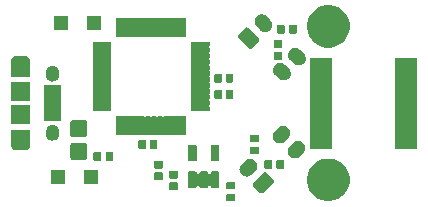
<source format=gts>
G04 #@! TF.GenerationSoftware,KiCad,Pcbnew,5.1.5+dfsg1-2build2*
G04 #@! TF.CreationDate,2021-12-26T17:25:33+01:00*
G04 #@! TF.ProjectId,combined,636f6d62-696e-4656-942e-6b696361645f,rev?*
G04 #@! TF.SameCoordinates,Original*
G04 #@! TF.FileFunction,Soldermask,Top*
G04 #@! TF.FilePolarity,Negative*
%FSLAX46Y46*%
G04 Gerber Fmt 4.6, Leading zero omitted, Abs format (unit mm)*
G04 Created by KiCad (PCBNEW 5.1.5+dfsg1-2build2) date 2021-12-26 17:25:33*
%MOMM*%
%LPD*%
G04 APERTURE LIST*
%ADD10C,0.100000*%
G04 APERTURE END LIST*
D10*
G36*
X97041997Y-41441476D02*
G01*
X97060274Y-41447020D01*
X97077108Y-41456018D01*
X97091868Y-41468132D01*
X97103982Y-41482892D01*
X97112980Y-41499726D01*
X97118524Y-41518003D01*
X97121000Y-41543140D01*
X97121000Y-41976860D01*
X97118524Y-42001997D01*
X97112980Y-42020274D01*
X97103982Y-42037108D01*
X97091868Y-42051868D01*
X97077108Y-42063982D01*
X97060274Y-42072980D01*
X97041997Y-42078524D01*
X97016860Y-42081000D01*
X96483140Y-42081000D01*
X96458003Y-42078524D01*
X96439726Y-42072980D01*
X96422892Y-42063982D01*
X96408132Y-42051868D01*
X96396018Y-42037108D01*
X96387020Y-42020274D01*
X96381476Y-42001997D01*
X96379000Y-41976860D01*
X96379000Y-41543140D01*
X96381476Y-41518003D01*
X96387020Y-41499726D01*
X96396018Y-41482892D01*
X96408132Y-41468132D01*
X96422892Y-41456018D01*
X96439726Y-41447020D01*
X96458003Y-41441476D01*
X96483140Y-41439000D01*
X97016860Y-41439000D01*
X97041997Y-41441476D01*
G37*
G36*
X105525331Y-38518211D02*
G01*
X105853092Y-38653974D01*
X106148070Y-38851072D01*
X106398928Y-39101930D01*
X106596026Y-39396908D01*
X106731789Y-39724669D01*
X106801000Y-40072616D01*
X106801000Y-40427384D01*
X106731789Y-40775331D01*
X106596026Y-41103092D01*
X106398928Y-41398070D01*
X106148070Y-41648928D01*
X105853092Y-41846026D01*
X105525331Y-41981789D01*
X105177384Y-42051000D01*
X104822616Y-42051000D01*
X104474669Y-41981789D01*
X104146908Y-41846026D01*
X103851930Y-41648928D01*
X103601072Y-41398070D01*
X103403974Y-41103092D01*
X103268211Y-40775331D01*
X103199000Y-40427384D01*
X103199000Y-40072616D01*
X103268211Y-39724669D01*
X103403974Y-39396908D01*
X103601072Y-39101930D01*
X103851930Y-38851072D01*
X104146908Y-38653974D01*
X104474669Y-38518211D01*
X104822616Y-38449000D01*
X105177384Y-38449000D01*
X105525331Y-38518211D01*
G37*
G36*
X99681220Y-39597910D02*
G01*
X99719486Y-39609519D01*
X99754758Y-39628372D01*
X99790437Y-39657652D01*
X100342348Y-40209563D01*
X100371628Y-40245242D01*
X100390481Y-40280514D01*
X100402090Y-40318780D01*
X100406009Y-40358579D01*
X100402090Y-40398378D01*
X100390481Y-40436644D01*
X100371628Y-40471916D01*
X100342348Y-40507595D01*
X99507595Y-41342348D01*
X99471916Y-41371628D01*
X99436644Y-41390481D01*
X99398378Y-41402090D01*
X99358579Y-41406009D01*
X99318780Y-41402090D01*
X99280514Y-41390481D01*
X99245242Y-41371628D01*
X99209563Y-41342348D01*
X98657652Y-40790437D01*
X98628372Y-40754758D01*
X98609519Y-40719486D01*
X98597910Y-40681220D01*
X98593991Y-40641421D01*
X98597910Y-40601622D01*
X98609519Y-40563356D01*
X98628372Y-40528084D01*
X98657652Y-40492405D01*
X99492405Y-39657652D01*
X99528084Y-39628372D01*
X99563356Y-39609519D01*
X99601622Y-39597910D01*
X99641421Y-39593991D01*
X99681220Y-39597910D01*
G37*
G36*
X92175176Y-40458772D02*
G01*
X92194381Y-40464598D01*
X92212093Y-40474065D01*
X92227605Y-40486795D01*
X92240335Y-40502307D01*
X92249802Y-40520019D01*
X92255628Y-40539224D01*
X92258200Y-40565340D01*
X92258200Y-41009060D01*
X92255628Y-41035176D01*
X92249802Y-41054381D01*
X92240335Y-41072093D01*
X92227605Y-41087605D01*
X92212093Y-41100335D01*
X92194381Y-41109802D01*
X92175176Y-41115628D01*
X92149060Y-41118200D01*
X91645340Y-41118200D01*
X91619224Y-41115628D01*
X91600019Y-41109802D01*
X91582307Y-41100335D01*
X91566795Y-41087605D01*
X91554065Y-41072093D01*
X91544598Y-41054381D01*
X91538772Y-41035176D01*
X91536200Y-41009060D01*
X91536200Y-40565340D01*
X91538772Y-40539224D01*
X91544598Y-40520019D01*
X91554065Y-40502307D01*
X91566795Y-40486795D01*
X91582307Y-40474065D01*
X91600019Y-40464598D01*
X91619224Y-40458772D01*
X91645340Y-40456200D01*
X92149060Y-40456200D01*
X92175176Y-40458772D01*
G37*
G36*
X97041997Y-40421476D02*
G01*
X97060274Y-40427020D01*
X97077108Y-40436018D01*
X97091868Y-40448132D01*
X97103982Y-40462892D01*
X97112980Y-40479726D01*
X97118524Y-40498003D01*
X97121000Y-40523140D01*
X97121000Y-40956860D01*
X97118524Y-40981997D01*
X97112980Y-41000274D01*
X97103982Y-41017108D01*
X97091868Y-41031868D01*
X97077108Y-41043982D01*
X97060274Y-41052980D01*
X97041997Y-41058524D01*
X97016860Y-41061000D01*
X96483140Y-41061000D01*
X96458003Y-41058524D01*
X96439726Y-41052980D01*
X96422892Y-41043982D01*
X96408132Y-41031868D01*
X96396018Y-41017108D01*
X96387020Y-41000274D01*
X96381476Y-40981997D01*
X96379000Y-40956860D01*
X96379000Y-40523140D01*
X96381476Y-40498003D01*
X96387020Y-40479726D01*
X96396018Y-40462892D01*
X96408132Y-40448132D01*
X96422892Y-40436018D01*
X96439726Y-40427020D01*
X96458003Y-40421476D01*
X96483140Y-40419000D01*
X97016860Y-40419000D01*
X97041997Y-40421476D01*
G37*
G36*
X93759928Y-39539264D02*
G01*
X93781009Y-39545660D01*
X93800445Y-39556048D01*
X93817476Y-39570024D01*
X93831452Y-39587055D01*
X93841840Y-39606491D01*
X93848236Y-39627572D01*
X93850603Y-39651609D01*
X93855383Y-39675642D01*
X93864761Y-39698281D01*
X93878374Y-39718655D01*
X93895701Y-39735982D01*
X93916076Y-39749596D01*
X93938715Y-39758974D01*
X93962748Y-39763754D01*
X93987252Y-39763754D01*
X94011285Y-39758974D01*
X94033924Y-39749596D01*
X94054298Y-39735983D01*
X94071625Y-39718656D01*
X94085239Y-39698281D01*
X94094617Y-39675642D01*
X94099397Y-39651609D01*
X94101764Y-39627572D01*
X94108160Y-39606491D01*
X94118548Y-39587055D01*
X94132524Y-39570024D01*
X94149555Y-39556048D01*
X94168991Y-39545660D01*
X94190072Y-39539264D01*
X94218140Y-39536500D01*
X94681860Y-39536500D01*
X94709928Y-39539264D01*
X94731009Y-39545660D01*
X94750445Y-39556048D01*
X94767476Y-39570024D01*
X94781452Y-39587055D01*
X94791840Y-39606491D01*
X94798236Y-39627572D01*
X94800603Y-39651609D01*
X94805383Y-39675642D01*
X94814761Y-39698281D01*
X94828374Y-39718655D01*
X94845701Y-39735982D01*
X94866076Y-39749596D01*
X94888715Y-39758974D01*
X94912748Y-39763754D01*
X94937252Y-39763754D01*
X94961285Y-39758974D01*
X94983924Y-39749596D01*
X95004298Y-39735983D01*
X95021625Y-39718656D01*
X95035239Y-39698281D01*
X95044617Y-39675642D01*
X95049397Y-39651609D01*
X95051764Y-39627572D01*
X95058160Y-39606491D01*
X95068548Y-39587055D01*
X95082524Y-39570024D01*
X95099555Y-39556048D01*
X95118991Y-39545660D01*
X95140072Y-39539264D01*
X95168140Y-39536500D01*
X95631860Y-39536500D01*
X95659928Y-39539264D01*
X95681009Y-39545660D01*
X95700445Y-39556048D01*
X95717476Y-39570024D01*
X95731452Y-39587055D01*
X95741840Y-39606491D01*
X95748236Y-39627572D01*
X95751000Y-39655640D01*
X95751000Y-40844360D01*
X95748236Y-40872428D01*
X95741840Y-40893509D01*
X95731452Y-40912945D01*
X95717476Y-40929976D01*
X95700445Y-40943952D01*
X95681009Y-40954340D01*
X95659928Y-40960736D01*
X95631860Y-40963500D01*
X95168140Y-40963500D01*
X95140072Y-40960736D01*
X95118991Y-40954340D01*
X95099555Y-40943952D01*
X95082524Y-40929976D01*
X95068548Y-40912945D01*
X95058160Y-40893509D01*
X95051764Y-40872428D01*
X95049397Y-40848391D01*
X95044617Y-40824358D01*
X95035239Y-40801719D01*
X95021626Y-40781345D01*
X95004299Y-40764018D01*
X94983924Y-40750404D01*
X94961285Y-40741026D01*
X94937252Y-40736246D01*
X94912748Y-40736246D01*
X94888715Y-40741026D01*
X94866076Y-40750404D01*
X94845702Y-40764017D01*
X94828375Y-40781344D01*
X94814761Y-40801719D01*
X94805383Y-40824358D01*
X94800603Y-40848391D01*
X94798236Y-40872428D01*
X94791840Y-40893509D01*
X94781452Y-40912945D01*
X94767476Y-40929976D01*
X94750445Y-40943952D01*
X94731009Y-40954340D01*
X94709928Y-40960736D01*
X94681860Y-40963500D01*
X94218140Y-40963500D01*
X94190072Y-40960736D01*
X94168991Y-40954340D01*
X94149555Y-40943952D01*
X94132524Y-40929976D01*
X94118548Y-40912945D01*
X94108160Y-40893509D01*
X94101764Y-40872428D01*
X94099397Y-40848391D01*
X94094617Y-40824358D01*
X94085239Y-40801719D01*
X94071626Y-40781345D01*
X94054299Y-40764018D01*
X94033924Y-40750404D01*
X94011285Y-40741026D01*
X93987252Y-40736246D01*
X93962748Y-40736246D01*
X93938715Y-40741026D01*
X93916076Y-40750404D01*
X93895702Y-40764017D01*
X93878375Y-40781344D01*
X93864761Y-40801719D01*
X93855383Y-40824358D01*
X93850603Y-40848391D01*
X93848236Y-40872428D01*
X93841840Y-40893509D01*
X93831452Y-40912945D01*
X93817476Y-40929976D01*
X93800445Y-40943952D01*
X93781009Y-40954340D01*
X93759928Y-40960736D01*
X93731860Y-40963500D01*
X93268140Y-40963500D01*
X93240072Y-40960736D01*
X93218991Y-40954340D01*
X93199555Y-40943952D01*
X93182524Y-40929976D01*
X93168548Y-40912945D01*
X93158160Y-40893509D01*
X93151764Y-40872428D01*
X93149000Y-40844360D01*
X93149000Y-39655640D01*
X93151764Y-39627572D01*
X93158160Y-39606491D01*
X93168548Y-39587055D01*
X93182524Y-39570024D01*
X93199555Y-39556048D01*
X93218991Y-39545660D01*
X93240072Y-39539264D01*
X93268140Y-39536500D01*
X93731860Y-39536500D01*
X93759928Y-39539264D01*
G37*
G36*
X85501000Y-40601000D02*
G01*
X84299000Y-40601000D01*
X84299000Y-39399000D01*
X85501000Y-39399000D01*
X85501000Y-40601000D01*
G37*
G36*
X82701000Y-40601000D02*
G01*
X81499000Y-40601000D01*
X81499000Y-39399000D01*
X82701000Y-39399000D01*
X82701000Y-40601000D01*
G37*
G36*
X90905176Y-39595172D02*
G01*
X90924381Y-39600998D01*
X90942093Y-39610465D01*
X90957605Y-39623195D01*
X90970335Y-39638707D01*
X90979802Y-39656419D01*
X90985628Y-39675624D01*
X90988200Y-39701740D01*
X90988200Y-40145460D01*
X90985628Y-40171576D01*
X90979802Y-40190781D01*
X90970335Y-40208493D01*
X90957605Y-40224005D01*
X90942093Y-40236735D01*
X90924381Y-40246202D01*
X90905176Y-40252028D01*
X90879060Y-40254600D01*
X90375340Y-40254600D01*
X90349224Y-40252028D01*
X90330019Y-40246202D01*
X90312307Y-40236735D01*
X90296795Y-40224005D01*
X90284065Y-40208493D01*
X90274598Y-40190781D01*
X90268772Y-40171576D01*
X90266200Y-40145460D01*
X90266200Y-39701740D01*
X90268772Y-39675624D01*
X90274598Y-39656419D01*
X90284065Y-39638707D01*
X90296795Y-39623195D01*
X90312307Y-39610465D01*
X90330019Y-39600998D01*
X90349224Y-39595172D01*
X90375340Y-39592600D01*
X90879060Y-39592600D01*
X90905176Y-39595172D01*
G37*
G36*
X92175176Y-39498772D02*
G01*
X92194381Y-39504598D01*
X92212093Y-39514065D01*
X92227605Y-39526795D01*
X92240335Y-39542307D01*
X92249802Y-39560019D01*
X92255628Y-39579224D01*
X92258200Y-39605340D01*
X92258200Y-40049060D01*
X92255628Y-40075176D01*
X92249802Y-40094381D01*
X92240335Y-40112093D01*
X92227605Y-40127605D01*
X92212093Y-40140335D01*
X92194381Y-40149802D01*
X92175176Y-40155628D01*
X92149060Y-40158200D01*
X91645340Y-40158200D01*
X91619224Y-40155628D01*
X91600019Y-40149802D01*
X91582307Y-40140335D01*
X91566795Y-40127605D01*
X91554065Y-40112093D01*
X91544598Y-40094381D01*
X91538772Y-40075176D01*
X91536200Y-40049060D01*
X91536200Y-39605340D01*
X91538772Y-39579224D01*
X91544598Y-39560019D01*
X91554065Y-39542307D01*
X91566795Y-39526795D01*
X91582307Y-39514065D01*
X91600019Y-39504598D01*
X91619224Y-39498772D01*
X91645340Y-39496200D01*
X92149060Y-39496200D01*
X92175176Y-39498772D01*
G37*
G36*
X98486445Y-38493484D02*
G01*
X98531761Y-38507231D01*
X98599737Y-38527851D01*
X98704140Y-38583656D01*
X98795656Y-38658760D01*
X98870760Y-38750276D01*
X98926565Y-38854679D01*
X98947185Y-38922655D01*
X98960932Y-38967971D01*
X98972536Y-39085787D01*
X98960932Y-39203604D01*
X98946611Y-39250813D01*
X98926565Y-39316895D01*
X98870760Y-39421298D01*
X98814475Y-39489882D01*
X98489882Y-39814475D01*
X98421298Y-39870760D01*
X98316895Y-39926565D01*
X98248919Y-39947185D01*
X98203603Y-39960932D01*
X98085787Y-39972536D01*
X97967971Y-39960932D01*
X97922655Y-39947185D01*
X97854679Y-39926565D01*
X97750276Y-39870760D01*
X97658760Y-39795656D01*
X97583656Y-39704140D01*
X97527851Y-39599737D01*
X97507231Y-39531761D01*
X97493484Y-39486445D01*
X97481880Y-39368629D01*
X97493484Y-39250813D01*
X97507806Y-39203602D01*
X97527851Y-39137521D01*
X97583656Y-39033118D01*
X97639941Y-38964534D01*
X97964534Y-38639941D01*
X98033118Y-38583656D01*
X98137521Y-38527851D01*
X98194167Y-38510668D01*
X98250812Y-38493484D01*
X98368629Y-38481880D01*
X98486445Y-38493484D01*
G37*
G36*
X100161597Y-38595076D02*
G01*
X100179874Y-38600620D01*
X100196708Y-38609618D01*
X100211468Y-38621732D01*
X100223582Y-38636492D01*
X100232580Y-38653326D01*
X100238124Y-38671603D01*
X100240600Y-38696740D01*
X100240600Y-39230460D01*
X100238124Y-39255597D01*
X100232580Y-39273874D01*
X100223582Y-39290708D01*
X100211468Y-39305468D01*
X100196708Y-39317582D01*
X100179874Y-39326580D01*
X100161597Y-39332124D01*
X100136460Y-39334600D01*
X99702740Y-39334600D01*
X99677603Y-39332124D01*
X99659326Y-39326580D01*
X99642492Y-39317582D01*
X99627732Y-39305468D01*
X99615618Y-39290708D01*
X99606620Y-39273874D01*
X99601076Y-39255597D01*
X99598600Y-39230460D01*
X99598600Y-38696740D01*
X99601076Y-38671603D01*
X99606620Y-38653326D01*
X99615618Y-38636492D01*
X99627732Y-38621732D01*
X99642492Y-38609618D01*
X99659326Y-38600620D01*
X99677603Y-38595076D01*
X99702740Y-38592600D01*
X100136460Y-38592600D01*
X100161597Y-38595076D01*
G37*
G36*
X101181597Y-38595076D02*
G01*
X101199874Y-38600620D01*
X101216708Y-38609618D01*
X101231468Y-38621732D01*
X101243582Y-38636492D01*
X101252580Y-38653326D01*
X101258124Y-38671603D01*
X101260600Y-38696740D01*
X101260600Y-39230460D01*
X101258124Y-39255597D01*
X101252580Y-39273874D01*
X101243582Y-39290708D01*
X101231468Y-39305468D01*
X101216708Y-39317582D01*
X101199874Y-39326580D01*
X101181597Y-39332124D01*
X101156460Y-39334600D01*
X100722740Y-39334600D01*
X100697603Y-39332124D01*
X100679326Y-39326580D01*
X100662492Y-39317582D01*
X100647732Y-39305468D01*
X100635618Y-39290708D01*
X100626620Y-39273874D01*
X100621076Y-39255597D01*
X100618600Y-39230460D01*
X100618600Y-38696740D01*
X100621076Y-38671603D01*
X100626620Y-38653326D01*
X100635618Y-38636492D01*
X100647732Y-38621732D01*
X100662492Y-38609618D01*
X100679326Y-38600620D01*
X100697603Y-38595076D01*
X100722740Y-38592600D01*
X101156460Y-38592600D01*
X101181597Y-38595076D01*
G37*
G36*
X90905176Y-38635172D02*
G01*
X90924381Y-38640998D01*
X90942093Y-38650465D01*
X90957605Y-38663195D01*
X90970335Y-38678707D01*
X90979802Y-38696419D01*
X90985628Y-38715624D01*
X90988200Y-38741740D01*
X90988200Y-39185460D01*
X90985628Y-39211576D01*
X90979802Y-39230781D01*
X90970335Y-39248493D01*
X90957605Y-39264005D01*
X90942093Y-39276735D01*
X90924381Y-39286202D01*
X90905176Y-39292028D01*
X90879060Y-39294600D01*
X90375340Y-39294600D01*
X90349224Y-39292028D01*
X90330019Y-39286202D01*
X90312307Y-39276735D01*
X90296795Y-39264005D01*
X90284065Y-39248493D01*
X90274598Y-39230781D01*
X90268772Y-39211576D01*
X90266200Y-39185460D01*
X90266200Y-38741740D01*
X90268772Y-38715624D01*
X90274598Y-38696419D01*
X90284065Y-38678707D01*
X90296795Y-38663195D01*
X90312307Y-38650465D01*
X90330019Y-38640998D01*
X90349224Y-38635172D01*
X90375340Y-38632600D01*
X90879060Y-38632600D01*
X90905176Y-38635172D01*
G37*
G36*
X95659928Y-37264264D02*
G01*
X95681009Y-37270660D01*
X95700445Y-37281048D01*
X95717476Y-37295024D01*
X95731452Y-37312055D01*
X95741840Y-37331491D01*
X95748236Y-37352572D01*
X95751000Y-37380640D01*
X95751000Y-38569360D01*
X95748236Y-38597428D01*
X95741840Y-38618509D01*
X95731452Y-38637945D01*
X95717476Y-38654976D01*
X95700445Y-38668952D01*
X95681009Y-38679340D01*
X95659928Y-38685736D01*
X95631860Y-38688500D01*
X95168140Y-38688500D01*
X95140072Y-38685736D01*
X95118991Y-38679340D01*
X95099555Y-38668952D01*
X95082524Y-38654976D01*
X95068548Y-38637945D01*
X95058160Y-38618509D01*
X95051764Y-38597428D01*
X95049000Y-38569360D01*
X95049000Y-37380640D01*
X95051764Y-37352572D01*
X95058160Y-37331491D01*
X95068548Y-37312055D01*
X95082524Y-37295024D01*
X95099555Y-37281048D01*
X95118991Y-37270660D01*
X95140072Y-37264264D01*
X95168140Y-37261500D01*
X95631860Y-37261500D01*
X95659928Y-37264264D01*
G37*
G36*
X93759928Y-37264264D02*
G01*
X93781009Y-37270660D01*
X93800445Y-37281048D01*
X93817476Y-37295024D01*
X93831452Y-37312055D01*
X93841840Y-37331491D01*
X93848236Y-37352572D01*
X93851000Y-37380640D01*
X93851000Y-38569360D01*
X93848236Y-38597428D01*
X93841840Y-38618509D01*
X93831452Y-38637945D01*
X93817476Y-38654976D01*
X93800445Y-38668952D01*
X93781009Y-38679340D01*
X93759928Y-38685736D01*
X93731860Y-38688500D01*
X93268140Y-38688500D01*
X93240072Y-38685736D01*
X93218991Y-38679340D01*
X93199555Y-38668952D01*
X93182524Y-38654976D01*
X93168548Y-38637945D01*
X93158160Y-38618509D01*
X93151764Y-38597428D01*
X93149000Y-38569360D01*
X93149000Y-37380640D01*
X93151764Y-37352572D01*
X93158160Y-37331491D01*
X93168548Y-37312055D01*
X93182524Y-37295024D01*
X93199555Y-37281048D01*
X93218991Y-37270660D01*
X93240072Y-37264264D01*
X93268140Y-37261500D01*
X93731860Y-37261500D01*
X93759928Y-37264264D01*
G37*
G36*
X85685597Y-37883876D02*
G01*
X85703874Y-37889420D01*
X85720708Y-37898418D01*
X85735468Y-37910532D01*
X85747582Y-37925292D01*
X85756580Y-37942126D01*
X85762124Y-37960403D01*
X85764600Y-37985540D01*
X85764600Y-38519260D01*
X85762124Y-38544397D01*
X85756580Y-38562674D01*
X85747582Y-38579508D01*
X85735468Y-38594268D01*
X85720708Y-38606382D01*
X85703874Y-38615380D01*
X85685597Y-38620924D01*
X85660460Y-38623400D01*
X85226740Y-38623400D01*
X85201603Y-38620924D01*
X85183326Y-38615380D01*
X85166492Y-38606382D01*
X85151732Y-38594268D01*
X85139618Y-38579508D01*
X85130620Y-38562674D01*
X85125076Y-38544397D01*
X85122600Y-38519260D01*
X85122600Y-37985540D01*
X85125076Y-37960403D01*
X85130620Y-37942126D01*
X85139618Y-37925292D01*
X85151732Y-37910532D01*
X85166492Y-37898418D01*
X85183326Y-37889420D01*
X85201603Y-37883876D01*
X85226740Y-37881400D01*
X85660460Y-37881400D01*
X85685597Y-37883876D01*
G37*
G36*
X86705597Y-37883876D02*
G01*
X86723874Y-37889420D01*
X86740708Y-37898418D01*
X86755468Y-37910532D01*
X86767582Y-37925292D01*
X86776580Y-37942126D01*
X86782124Y-37960403D01*
X86784600Y-37985540D01*
X86784600Y-38519260D01*
X86782124Y-38544397D01*
X86776580Y-38562674D01*
X86767582Y-38579508D01*
X86755468Y-38594268D01*
X86740708Y-38606382D01*
X86723874Y-38615380D01*
X86705597Y-38620924D01*
X86680460Y-38623400D01*
X86246740Y-38623400D01*
X86221603Y-38620924D01*
X86203326Y-38615380D01*
X86186492Y-38606382D01*
X86171732Y-38594268D01*
X86159618Y-38579508D01*
X86150620Y-38562674D01*
X86145076Y-38544397D01*
X86142600Y-38519260D01*
X86142600Y-37985540D01*
X86145076Y-37960403D01*
X86150620Y-37942126D01*
X86159618Y-37925292D01*
X86171732Y-37910532D01*
X86186492Y-37898418D01*
X86203326Y-37889420D01*
X86221603Y-37883876D01*
X86246740Y-37881400D01*
X86680460Y-37881400D01*
X86705597Y-37883876D01*
G37*
G36*
X84416581Y-37134095D02*
G01*
X84452616Y-37145027D01*
X84485824Y-37162777D01*
X84514934Y-37186666D01*
X84538823Y-37215776D01*
X84556573Y-37248984D01*
X84567505Y-37285019D01*
X84571800Y-37328631D01*
X84571800Y-38357969D01*
X84567505Y-38401581D01*
X84556573Y-38437616D01*
X84538823Y-38470824D01*
X84514934Y-38499934D01*
X84485824Y-38523823D01*
X84452616Y-38541573D01*
X84416581Y-38552505D01*
X84372969Y-38556800D01*
X83368631Y-38556800D01*
X83325019Y-38552505D01*
X83288984Y-38541573D01*
X83255776Y-38523823D01*
X83226666Y-38499934D01*
X83202777Y-38470824D01*
X83185027Y-38437616D01*
X83174095Y-38401581D01*
X83169800Y-38357969D01*
X83169800Y-37328631D01*
X83174095Y-37285019D01*
X83185027Y-37248984D01*
X83202777Y-37215776D01*
X83226666Y-37186666D01*
X83255776Y-37162777D01*
X83288984Y-37145027D01*
X83325019Y-37134095D01*
X83368631Y-37129800D01*
X84372969Y-37129800D01*
X84416581Y-37134095D01*
G37*
G36*
X102587664Y-36937849D02*
G01*
X102632980Y-36951596D01*
X102700956Y-36972216D01*
X102805359Y-37028021D01*
X102896875Y-37103125D01*
X102971979Y-37194641D01*
X103027784Y-37299044D01*
X103040055Y-37339497D01*
X103062151Y-37412336D01*
X103073755Y-37530152D01*
X103062151Y-37647969D01*
X103057165Y-37664404D01*
X103027784Y-37761260D01*
X102971979Y-37865663D01*
X102915694Y-37934247D01*
X102591101Y-38258840D01*
X102522517Y-38315125D01*
X102418114Y-38370930D01*
X102350138Y-38391550D01*
X102304822Y-38405297D01*
X102187006Y-38416901D01*
X102069190Y-38405297D01*
X102023874Y-38391550D01*
X101955898Y-38370930D01*
X101851495Y-38315125D01*
X101759979Y-38240021D01*
X101684875Y-38148505D01*
X101629070Y-38044102D01*
X101598136Y-37942126D01*
X101594703Y-37930810D01*
X101583099Y-37812994D01*
X101594703Y-37695178D01*
X101609025Y-37647967D01*
X101629070Y-37581886D01*
X101684875Y-37477483D01*
X101741160Y-37408899D01*
X102065753Y-37084306D01*
X102134337Y-37028021D01*
X102238740Y-36972216D01*
X102302683Y-36952819D01*
X102352031Y-36937849D01*
X102469848Y-36926245D01*
X102587664Y-36937849D01*
G37*
G36*
X99041997Y-37441476D02*
G01*
X99060274Y-37447020D01*
X99077108Y-37456018D01*
X99091868Y-37468132D01*
X99103982Y-37482892D01*
X99112980Y-37499726D01*
X99118524Y-37518003D01*
X99121000Y-37543140D01*
X99121000Y-37976860D01*
X99118524Y-38001997D01*
X99112980Y-38020274D01*
X99103982Y-38037108D01*
X99091868Y-38051868D01*
X99077108Y-38063982D01*
X99060274Y-38072980D01*
X99041997Y-38078524D01*
X99016860Y-38081000D01*
X98483140Y-38081000D01*
X98458003Y-38078524D01*
X98439726Y-38072980D01*
X98422892Y-38063982D01*
X98408132Y-38051868D01*
X98396018Y-38037108D01*
X98387020Y-38020274D01*
X98381476Y-38001997D01*
X98379000Y-37976860D01*
X98379000Y-37543140D01*
X98381476Y-37518003D01*
X98387020Y-37499726D01*
X98396018Y-37482892D01*
X98408132Y-37468132D01*
X98422892Y-37456018D01*
X98439726Y-37447020D01*
X98458003Y-37441476D01*
X98483140Y-37439000D01*
X99016860Y-37439000D01*
X99041997Y-37441476D01*
G37*
G36*
X79776000Y-37219500D02*
G01*
X79776602Y-37231752D01*
X79778399Y-37250000D01*
X79776602Y-37268248D01*
X79776000Y-37280500D01*
X79776000Y-37351216D01*
X79771620Y-37356553D01*
X79760069Y-37378164D01*
X79755936Y-37389714D01*
X79740460Y-37440732D01*
X79708927Y-37499726D01*
X79694404Y-37526896D01*
X79685745Y-37537447D01*
X79632422Y-37602422D01*
X79576924Y-37647967D01*
X79556896Y-37664404D01*
X79556894Y-37664405D01*
X79470732Y-37710460D01*
X79377231Y-37738823D01*
X79304360Y-37746000D01*
X78595640Y-37746000D01*
X78522769Y-37738823D01*
X78429268Y-37710460D01*
X78343106Y-37664405D01*
X78343104Y-37664404D01*
X78323076Y-37647967D01*
X78267578Y-37602422D01*
X78214255Y-37537447D01*
X78205596Y-37526896D01*
X78191073Y-37499726D01*
X78159540Y-37440732D01*
X78144064Y-37389714D01*
X78134687Y-37367075D01*
X78124000Y-37351081D01*
X78124000Y-37280500D01*
X78123398Y-37268248D01*
X78121601Y-37250000D01*
X78123398Y-37231752D01*
X78124000Y-37219500D01*
X78124000Y-35999000D01*
X79776000Y-35999000D01*
X79776000Y-37219500D01*
G37*
G36*
X89497976Y-36891572D02*
G01*
X89517181Y-36897398D01*
X89534893Y-36906865D01*
X89550405Y-36919595D01*
X89563135Y-36935107D01*
X89572602Y-36952819D01*
X89578428Y-36972024D01*
X89581000Y-36998140D01*
X89581000Y-37501860D01*
X89578428Y-37527976D01*
X89572602Y-37547181D01*
X89563135Y-37564893D01*
X89550405Y-37580405D01*
X89534893Y-37593135D01*
X89517181Y-37602602D01*
X89497976Y-37608428D01*
X89471860Y-37611000D01*
X89028140Y-37611000D01*
X89002024Y-37608428D01*
X88982819Y-37602602D01*
X88965107Y-37593135D01*
X88949595Y-37580405D01*
X88936865Y-37564893D01*
X88927398Y-37547181D01*
X88921572Y-37527976D01*
X88919000Y-37501860D01*
X88919000Y-36998140D01*
X88921572Y-36972024D01*
X88927398Y-36952819D01*
X88936865Y-36935107D01*
X88949595Y-36919595D01*
X88965107Y-36906865D01*
X88982819Y-36897398D01*
X89002024Y-36891572D01*
X89028140Y-36889000D01*
X89471860Y-36889000D01*
X89497976Y-36891572D01*
G37*
G36*
X90457976Y-36891572D02*
G01*
X90477181Y-36897398D01*
X90494893Y-36906865D01*
X90510405Y-36919595D01*
X90523135Y-36935107D01*
X90532602Y-36952819D01*
X90538428Y-36972024D01*
X90541000Y-36998140D01*
X90541000Y-37501860D01*
X90538428Y-37527976D01*
X90532602Y-37547181D01*
X90523135Y-37564893D01*
X90510405Y-37580405D01*
X90494893Y-37593135D01*
X90477181Y-37602602D01*
X90457976Y-37608428D01*
X90431860Y-37611000D01*
X89988140Y-37611000D01*
X89962024Y-37608428D01*
X89942819Y-37602602D01*
X89925107Y-37593135D01*
X89909595Y-37580405D01*
X89896865Y-37564893D01*
X89887398Y-37547181D01*
X89881572Y-37527976D01*
X89879000Y-37501860D01*
X89879000Y-36998140D01*
X89881572Y-36972024D01*
X89887398Y-36952819D01*
X89896865Y-36935107D01*
X89909595Y-36919595D01*
X89925107Y-36906865D01*
X89942819Y-36897398D01*
X89962024Y-36891572D01*
X89988140Y-36889000D01*
X90431860Y-36889000D01*
X90457976Y-36891572D01*
G37*
G36*
X112526000Y-37601000D02*
G01*
X110674000Y-37601000D01*
X110674000Y-29899000D01*
X112526000Y-29899000D01*
X112526000Y-37601000D01*
G37*
G36*
X105326000Y-37601000D02*
G01*
X103474000Y-37601000D01*
X103474000Y-29899000D01*
X105326000Y-29899000D01*
X105326000Y-37601000D01*
G37*
G36*
X101314872Y-35665057D02*
G01*
X101360188Y-35678804D01*
X101428164Y-35699424D01*
X101532567Y-35755229D01*
X101624083Y-35830333D01*
X101699187Y-35921849D01*
X101754992Y-36026252D01*
X101769527Y-36074168D01*
X101789359Y-36139544D01*
X101800963Y-36257360D01*
X101789359Y-36375177D01*
X101777344Y-36414784D01*
X101754992Y-36488468D01*
X101699187Y-36592871D01*
X101642902Y-36661455D01*
X101318309Y-36986048D01*
X101249725Y-37042333D01*
X101145322Y-37098138D01*
X101077346Y-37118758D01*
X101032030Y-37132505D01*
X100914214Y-37144109D01*
X100796398Y-37132505D01*
X100751082Y-37118758D01*
X100683106Y-37098138D01*
X100578703Y-37042333D01*
X100487187Y-36967229D01*
X100412083Y-36875713D01*
X100356278Y-36771310D01*
X100335658Y-36703334D01*
X100321911Y-36658018D01*
X100310307Y-36540202D01*
X100321911Y-36422386D01*
X100343718Y-36350500D01*
X100356278Y-36309094D01*
X100412083Y-36204691D01*
X100468368Y-36136107D01*
X100792961Y-35811514D01*
X100861545Y-35755229D01*
X100965948Y-35699424D01*
X101022595Y-35682240D01*
X101079239Y-35665057D01*
X101197056Y-35653453D01*
X101314872Y-35665057D01*
G37*
G36*
X99041997Y-36421476D02*
G01*
X99060274Y-36427020D01*
X99077108Y-36436018D01*
X99091868Y-36448132D01*
X99103982Y-36462892D01*
X99112980Y-36479726D01*
X99118524Y-36498003D01*
X99121000Y-36523140D01*
X99121000Y-36956860D01*
X99118524Y-36981997D01*
X99112980Y-37000274D01*
X99103982Y-37017108D01*
X99091868Y-37031868D01*
X99077108Y-37043982D01*
X99060274Y-37052980D01*
X99041997Y-37058524D01*
X99016860Y-37061000D01*
X98483140Y-37061000D01*
X98458003Y-37058524D01*
X98439726Y-37052980D01*
X98422892Y-37043982D01*
X98408132Y-37031868D01*
X98396018Y-37017108D01*
X98387020Y-37000274D01*
X98381476Y-36981997D01*
X98379000Y-36956860D01*
X98379000Y-36523140D01*
X98381476Y-36498003D01*
X98387020Y-36479726D01*
X98396018Y-36462892D01*
X98408132Y-36448132D01*
X98422892Y-36436018D01*
X98439726Y-36427020D01*
X98458003Y-36421476D01*
X98483140Y-36419000D01*
X99016860Y-36419000D01*
X99041997Y-36421476D01*
G37*
G36*
X81753114Y-35581611D02*
G01*
X81852265Y-35611688D01*
X81943644Y-35660531D01*
X82023738Y-35726262D01*
X82089469Y-35806356D01*
X82138312Y-35897736D01*
X82168389Y-35996887D01*
X82176000Y-36074162D01*
X82176000Y-36425839D01*
X82168389Y-36503114D01*
X82138312Y-36602265D01*
X82089469Y-36693644D01*
X82023738Y-36773738D01*
X81943644Y-36839469D01*
X81852264Y-36888312D01*
X81753113Y-36918389D01*
X81650000Y-36928545D01*
X81546886Y-36918389D01*
X81447735Y-36888312D01*
X81356356Y-36839469D01*
X81276262Y-36773738D01*
X81210531Y-36693644D01*
X81161688Y-36602264D01*
X81131611Y-36503113D01*
X81124000Y-36425838D01*
X81124000Y-36074161D01*
X81131611Y-35996886D01*
X81154374Y-35921848D01*
X81161689Y-35897734D01*
X81210532Y-35806356D01*
X81276263Y-35726262D01*
X81356357Y-35660531D01*
X81447736Y-35611688D01*
X81546887Y-35581611D01*
X81650000Y-35571455D01*
X81753114Y-35581611D01*
G37*
G36*
X84416581Y-35209095D02*
G01*
X84452616Y-35220027D01*
X84485824Y-35237777D01*
X84514934Y-35261666D01*
X84538823Y-35290776D01*
X84556573Y-35323984D01*
X84567505Y-35360019D01*
X84571800Y-35403631D01*
X84571800Y-36432969D01*
X84567505Y-36476581D01*
X84556573Y-36512616D01*
X84538823Y-36545824D01*
X84514934Y-36574934D01*
X84485824Y-36598823D01*
X84452616Y-36616573D01*
X84416581Y-36627505D01*
X84372969Y-36631800D01*
X83368631Y-36631800D01*
X83325019Y-36627505D01*
X83288984Y-36616573D01*
X83255776Y-36598823D01*
X83226666Y-36574934D01*
X83202777Y-36545824D01*
X83185027Y-36512616D01*
X83174095Y-36476581D01*
X83169800Y-36432969D01*
X83169800Y-35403631D01*
X83174095Y-35360019D01*
X83185027Y-35323984D01*
X83202777Y-35290776D01*
X83226666Y-35261666D01*
X83255776Y-35237777D01*
X83288984Y-35220027D01*
X83325019Y-35209095D01*
X83368631Y-35204800D01*
X84372969Y-35204800D01*
X84416581Y-35209095D01*
G37*
G36*
X87420295Y-34875323D02*
G01*
X87427309Y-34877451D01*
X87441077Y-34884810D01*
X87463716Y-34894187D01*
X87487749Y-34898967D01*
X87512253Y-34898967D01*
X87536286Y-34894186D01*
X87558923Y-34884810D01*
X87572691Y-34877451D01*
X87579705Y-34875323D01*
X87593140Y-34874000D01*
X87906860Y-34874000D01*
X87920295Y-34875323D01*
X87927309Y-34877451D01*
X87941077Y-34884810D01*
X87963716Y-34894187D01*
X87987749Y-34898967D01*
X88012253Y-34898967D01*
X88036286Y-34894186D01*
X88058923Y-34884810D01*
X88072691Y-34877451D01*
X88079705Y-34875323D01*
X88093140Y-34874000D01*
X88406860Y-34874000D01*
X88420295Y-34875323D01*
X88427309Y-34877451D01*
X88441077Y-34884810D01*
X88463716Y-34894187D01*
X88487749Y-34898967D01*
X88512253Y-34898967D01*
X88536286Y-34894186D01*
X88558923Y-34884810D01*
X88572691Y-34877451D01*
X88579705Y-34875323D01*
X88593140Y-34874000D01*
X88906860Y-34874000D01*
X88920295Y-34875323D01*
X88927309Y-34877451D01*
X88941077Y-34884810D01*
X88963716Y-34894187D01*
X88987749Y-34898967D01*
X89012253Y-34898967D01*
X89036286Y-34894186D01*
X89058923Y-34884810D01*
X89072691Y-34877451D01*
X89079705Y-34875323D01*
X89093140Y-34874000D01*
X89406860Y-34874000D01*
X89420295Y-34875323D01*
X89427309Y-34877451D01*
X89441077Y-34884810D01*
X89463716Y-34894187D01*
X89487749Y-34898967D01*
X89512253Y-34898967D01*
X89536286Y-34894186D01*
X89558923Y-34884810D01*
X89572691Y-34877451D01*
X89579705Y-34875323D01*
X89593140Y-34874000D01*
X89906860Y-34874000D01*
X89920295Y-34875323D01*
X89927309Y-34877451D01*
X89941077Y-34884810D01*
X89963716Y-34894187D01*
X89987749Y-34898967D01*
X90012253Y-34898967D01*
X90036286Y-34894186D01*
X90058923Y-34884810D01*
X90072691Y-34877451D01*
X90079705Y-34875323D01*
X90093140Y-34874000D01*
X90406860Y-34874000D01*
X90420295Y-34875323D01*
X90427309Y-34877451D01*
X90441077Y-34884810D01*
X90463716Y-34894187D01*
X90487749Y-34898967D01*
X90512253Y-34898967D01*
X90536286Y-34894186D01*
X90558923Y-34884810D01*
X90572691Y-34877451D01*
X90579705Y-34875323D01*
X90593140Y-34874000D01*
X90906860Y-34874000D01*
X90920295Y-34875323D01*
X90927309Y-34877451D01*
X90941077Y-34884810D01*
X90963716Y-34894187D01*
X90987749Y-34898967D01*
X91012253Y-34898967D01*
X91036286Y-34894186D01*
X91058923Y-34884810D01*
X91072691Y-34877451D01*
X91079705Y-34875323D01*
X91093140Y-34874000D01*
X91406860Y-34874000D01*
X91420295Y-34875323D01*
X91427309Y-34877451D01*
X91441077Y-34884810D01*
X91463716Y-34894187D01*
X91487749Y-34898967D01*
X91512253Y-34898967D01*
X91536286Y-34894186D01*
X91558923Y-34884810D01*
X91572691Y-34877451D01*
X91579705Y-34875323D01*
X91593140Y-34874000D01*
X91906860Y-34874000D01*
X91920295Y-34875323D01*
X91927309Y-34877451D01*
X91941077Y-34884810D01*
X91963716Y-34894187D01*
X91987749Y-34898967D01*
X92012253Y-34898967D01*
X92036286Y-34894186D01*
X92058923Y-34884810D01*
X92072691Y-34877451D01*
X92079705Y-34875323D01*
X92093140Y-34874000D01*
X92406860Y-34874000D01*
X92420295Y-34875323D01*
X92427309Y-34877451D01*
X92441077Y-34884810D01*
X92463716Y-34894187D01*
X92487749Y-34898967D01*
X92512253Y-34898967D01*
X92536286Y-34894186D01*
X92558923Y-34884810D01*
X92572691Y-34877451D01*
X92579705Y-34875323D01*
X92593140Y-34874000D01*
X92906860Y-34874000D01*
X92920295Y-34875323D01*
X92927310Y-34877451D01*
X92933776Y-34880908D01*
X92939442Y-34885558D01*
X92944092Y-34891224D01*
X92947549Y-34897690D01*
X92949677Y-34904705D01*
X92951000Y-34918140D01*
X92951000Y-36406860D01*
X92949677Y-36420295D01*
X92947549Y-36427310D01*
X92944092Y-36433776D01*
X92939442Y-36439442D01*
X92933776Y-36444092D01*
X92927310Y-36447549D01*
X92920295Y-36449677D01*
X92906860Y-36451000D01*
X92593140Y-36451000D01*
X92579705Y-36449677D01*
X92572691Y-36447549D01*
X92558923Y-36440190D01*
X92536284Y-36430813D01*
X92512251Y-36426033D01*
X92487747Y-36426033D01*
X92463714Y-36430814D01*
X92441077Y-36440190D01*
X92427309Y-36447549D01*
X92420295Y-36449677D01*
X92406860Y-36451000D01*
X92093140Y-36451000D01*
X92079705Y-36449677D01*
X92072691Y-36447549D01*
X92058923Y-36440190D01*
X92036284Y-36430813D01*
X92012251Y-36426033D01*
X91987747Y-36426033D01*
X91963714Y-36430814D01*
X91941077Y-36440190D01*
X91927309Y-36447549D01*
X91920295Y-36449677D01*
X91906860Y-36451000D01*
X91593140Y-36451000D01*
X91579705Y-36449677D01*
X91572691Y-36447549D01*
X91558923Y-36440190D01*
X91536284Y-36430813D01*
X91512251Y-36426033D01*
X91487747Y-36426033D01*
X91463714Y-36430814D01*
X91441077Y-36440190D01*
X91427309Y-36447549D01*
X91420295Y-36449677D01*
X91406860Y-36451000D01*
X91093140Y-36451000D01*
X91079705Y-36449677D01*
X91072691Y-36447549D01*
X91058923Y-36440190D01*
X91036284Y-36430813D01*
X91012251Y-36426033D01*
X90987747Y-36426033D01*
X90963714Y-36430814D01*
X90941077Y-36440190D01*
X90927309Y-36447549D01*
X90920295Y-36449677D01*
X90906860Y-36451000D01*
X90593140Y-36451000D01*
X90579705Y-36449677D01*
X90572691Y-36447549D01*
X90558923Y-36440190D01*
X90536284Y-36430813D01*
X90512251Y-36426033D01*
X90487747Y-36426033D01*
X90463714Y-36430814D01*
X90441077Y-36440190D01*
X90427309Y-36447549D01*
X90420295Y-36449677D01*
X90406860Y-36451000D01*
X90093140Y-36451000D01*
X90079705Y-36449677D01*
X90072691Y-36447549D01*
X90058923Y-36440190D01*
X90036284Y-36430813D01*
X90012251Y-36426033D01*
X89987747Y-36426033D01*
X89963714Y-36430814D01*
X89941077Y-36440190D01*
X89927309Y-36447549D01*
X89920295Y-36449677D01*
X89906860Y-36451000D01*
X89593140Y-36451000D01*
X89579705Y-36449677D01*
X89572691Y-36447549D01*
X89558923Y-36440190D01*
X89536284Y-36430813D01*
X89512251Y-36426033D01*
X89487747Y-36426033D01*
X89463714Y-36430814D01*
X89441077Y-36440190D01*
X89427309Y-36447549D01*
X89420295Y-36449677D01*
X89406860Y-36451000D01*
X89093140Y-36451000D01*
X89079705Y-36449677D01*
X89072691Y-36447549D01*
X89058923Y-36440190D01*
X89036284Y-36430813D01*
X89012251Y-36426033D01*
X88987747Y-36426033D01*
X88963714Y-36430814D01*
X88941077Y-36440190D01*
X88927309Y-36447549D01*
X88920295Y-36449677D01*
X88906860Y-36451000D01*
X88593140Y-36451000D01*
X88579705Y-36449677D01*
X88572691Y-36447549D01*
X88558923Y-36440190D01*
X88536284Y-36430813D01*
X88512251Y-36426033D01*
X88487747Y-36426033D01*
X88463714Y-36430814D01*
X88441077Y-36440190D01*
X88427309Y-36447549D01*
X88420295Y-36449677D01*
X88406860Y-36451000D01*
X88093140Y-36451000D01*
X88079705Y-36449677D01*
X88072691Y-36447549D01*
X88058923Y-36440190D01*
X88036284Y-36430813D01*
X88012251Y-36426033D01*
X87987747Y-36426033D01*
X87963714Y-36430814D01*
X87941077Y-36440190D01*
X87927309Y-36447549D01*
X87920295Y-36449677D01*
X87906860Y-36451000D01*
X87593140Y-36451000D01*
X87579705Y-36449677D01*
X87572691Y-36447549D01*
X87558923Y-36440190D01*
X87536284Y-36430813D01*
X87512251Y-36426033D01*
X87487747Y-36426033D01*
X87463714Y-36430814D01*
X87441077Y-36440190D01*
X87427309Y-36447549D01*
X87420295Y-36449677D01*
X87406860Y-36451000D01*
X87093140Y-36451000D01*
X87079705Y-36449677D01*
X87072690Y-36447549D01*
X87066224Y-36444092D01*
X87060558Y-36439442D01*
X87055908Y-36433776D01*
X87052451Y-36427310D01*
X87050323Y-36420295D01*
X87049000Y-36406860D01*
X87049000Y-34918140D01*
X87050323Y-34904705D01*
X87052451Y-34897690D01*
X87055908Y-34891224D01*
X87060558Y-34885558D01*
X87066224Y-34880908D01*
X87072690Y-34877451D01*
X87079705Y-34875323D01*
X87093140Y-34874000D01*
X87406860Y-34874000D01*
X87420295Y-34875323D01*
G37*
G36*
X79776000Y-35551000D02*
G01*
X78124000Y-35551000D01*
X78124000Y-33949000D01*
X79776000Y-33949000D01*
X79776000Y-35551000D01*
G37*
G36*
X82376000Y-35301000D02*
G01*
X80924000Y-35301000D01*
X80924000Y-32199000D01*
X82376000Y-32199000D01*
X82376000Y-35301000D01*
G37*
G36*
X94920295Y-28550323D02*
G01*
X94927310Y-28552451D01*
X94933776Y-28555908D01*
X94939442Y-28560558D01*
X94944092Y-28566224D01*
X94947549Y-28572690D01*
X94949677Y-28579705D01*
X94951000Y-28593140D01*
X94951000Y-28906860D01*
X94949677Y-28920295D01*
X94947549Y-28927309D01*
X94940190Y-28941077D01*
X94930813Y-28963716D01*
X94926033Y-28987749D01*
X94926033Y-29012253D01*
X94930814Y-29036286D01*
X94940190Y-29058923D01*
X94947549Y-29072691D01*
X94949677Y-29079705D01*
X94951000Y-29093140D01*
X94951000Y-29406860D01*
X94949677Y-29420295D01*
X94947549Y-29427309D01*
X94940190Y-29441077D01*
X94930813Y-29463716D01*
X94926033Y-29487749D01*
X94926033Y-29512253D01*
X94930814Y-29536286D01*
X94940190Y-29558923D01*
X94947549Y-29572691D01*
X94949677Y-29579705D01*
X94951000Y-29593140D01*
X94951000Y-29906860D01*
X94949677Y-29920295D01*
X94947549Y-29927309D01*
X94940190Y-29941077D01*
X94930813Y-29963716D01*
X94926033Y-29987749D01*
X94926033Y-30012253D01*
X94930814Y-30036286D01*
X94940190Y-30058923D01*
X94947549Y-30072691D01*
X94949677Y-30079705D01*
X94951000Y-30093140D01*
X94951000Y-30406860D01*
X94949677Y-30420295D01*
X94947549Y-30427309D01*
X94940190Y-30441077D01*
X94930813Y-30463716D01*
X94926033Y-30487749D01*
X94926033Y-30512253D01*
X94930814Y-30536286D01*
X94940190Y-30558923D01*
X94947549Y-30572691D01*
X94949677Y-30579705D01*
X94951000Y-30593140D01*
X94951000Y-30906860D01*
X94949677Y-30920295D01*
X94947549Y-30927309D01*
X94940190Y-30941077D01*
X94930813Y-30963716D01*
X94926033Y-30987749D01*
X94926033Y-31012253D01*
X94930814Y-31036286D01*
X94940190Y-31058923D01*
X94947549Y-31072691D01*
X94949677Y-31079705D01*
X94951000Y-31093140D01*
X94951000Y-31406860D01*
X94949677Y-31420295D01*
X94947549Y-31427309D01*
X94940190Y-31441077D01*
X94930813Y-31463716D01*
X94926033Y-31487749D01*
X94926033Y-31512253D01*
X94930814Y-31536286D01*
X94940190Y-31558923D01*
X94947549Y-31572691D01*
X94949677Y-31579705D01*
X94951000Y-31593140D01*
X94951000Y-31906860D01*
X94949677Y-31920295D01*
X94947549Y-31927309D01*
X94940190Y-31941077D01*
X94930813Y-31963716D01*
X94926033Y-31987749D01*
X94926033Y-32012253D01*
X94930814Y-32036286D01*
X94940190Y-32058923D01*
X94947549Y-32072691D01*
X94949677Y-32079705D01*
X94951000Y-32093140D01*
X94951000Y-32406860D01*
X94949677Y-32420295D01*
X94947549Y-32427309D01*
X94940190Y-32441077D01*
X94930813Y-32463716D01*
X94926033Y-32487749D01*
X94926033Y-32512253D01*
X94930814Y-32536286D01*
X94940190Y-32558923D01*
X94947549Y-32572691D01*
X94949677Y-32579705D01*
X94951000Y-32593140D01*
X94951000Y-32906860D01*
X94949677Y-32920295D01*
X94947549Y-32927309D01*
X94940190Y-32941077D01*
X94930813Y-32963716D01*
X94926033Y-32987749D01*
X94926033Y-33012253D01*
X94930814Y-33036286D01*
X94940190Y-33058923D01*
X94947549Y-33072691D01*
X94949677Y-33079705D01*
X94951000Y-33093140D01*
X94951000Y-33406860D01*
X94949677Y-33420295D01*
X94947549Y-33427309D01*
X94940190Y-33441077D01*
X94930813Y-33463716D01*
X94926033Y-33487749D01*
X94926033Y-33512253D01*
X94930814Y-33536286D01*
X94940190Y-33558923D01*
X94947549Y-33572691D01*
X94949677Y-33579705D01*
X94951000Y-33593140D01*
X94951000Y-33906860D01*
X94949677Y-33920295D01*
X94947549Y-33927309D01*
X94940190Y-33941077D01*
X94930813Y-33963716D01*
X94926033Y-33987749D01*
X94926033Y-34012253D01*
X94930814Y-34036286D01*
X94940190Y-34058923D01*
X94947549Y-34072691D01*
X94949677Y-34079705D01*
X94951000Y-34093140D01*
X94951000Y-34406860D01*
X94949677Y-34420295D01*
X94947549Y-34427310D01*
X94944092Y-34433776D01*
X94939442Y-34439442D01*
X94933776Y-34444092D01*
X94927310Y-34447549D01*
X94920295Y-34449677D01*
X94906860Y-34451000D01*
X93418140Y-34451000D01*
X93404705Y-34449677D01*
X93397690Y-34447549D01*
X93391224Y-34444092D01*
X93385558Y-34439442D01*
X93380908Y-34433776D01*
X93377451Y-34427310D01*
X93375323Y-34420295D01*
X93374000Y-34406860D01*
X93374000Y-34093140D01*
X93375323Y-34079705D01*
X93377451Y-34072691D01*
X93384810Y-34058923D01*
X93394187Y-34036284D01*
X93398967Y-34012251D01*
X93398967Y-33987747D01*
X93394186Y-33963714D01*
X93384810Y-33941077D01*
X93377451Y-33927309D01*
X93375323Y-33920295D01*
X93374000Y-33906860D01*
X93374000Y-33593140D01*
X93375323Y-33579705D01*
X93377451Y-33572691D01*
X93384810Y-33558923D01*
X93394187Y-33536284D01*
X93398967Y-33512251D01*
X93398967Y-33487747D01*
X93394186Y-33463714D01*
X93384810Y-33441077D01*
X93377451Y-33427309D01*
X93375323Y-33420295D01*
X93374000Y-33406860D01*
X93374000Y-33093140D01*
X93375323Y-33079705D01*
X93377451Y-33072691D01*
X93384810Y-33058923D01*
X93394187Y-33036284D01*
X93398967Y-33012251D01*
X93398967Y-32987747D01*
X93394186Y-32963714D01*
X93384810Y-32941077D01*
X93377451Y-32927309D01*
X93375323Y-32920295D01*
X93374000Y-32906860D01*
X93374000Y-32593140D01*
X93375323Y-32579705D01*
X93377451Y-32572691D01*
X93384810Y-32558923D01*
X93394187Y-32536284D01*
X93398967Y-32512251D01*
X93398967Y-32487747D01*
X93394186Y-32463714D01*
X93384810Y-32441077D01*
X93377451Y-32427309D01*
X93375323Y-32420295D01*
X93374000Y-32406860D01*
X93374000Y-32093140D01*
X93375323Y-32079705D01*
X93377451Y-32072691D01*
X93384810Y-32058923D01*
X93394187Y-32036284D01*
X93398967Y-32012251D01*
X93398967Y-31987747D01*
X93394186Y-31963714D01*
X93384810Y-31941077D01*
X93377451Y-31927309D01*
X93375323Y-31920295D01*
X93374000Y-31906860D01*
X93374000Y-31593140D01*
X93375323Y-31579705D01*
X93377451Y-31572691D01*
X93384810Y-31558923D01*
X93394187Y-31536284D01*
X93398967Y-31512251D01*
X93398967Y-31487747D01*
X93394186Y-31463714D01*
X93384810Y-31441077D01*
X93377451Y-31427309D01*
X93375323Y-31420295D01*
X93374000Y-31406860D01*
X93374000Y-31093140D01*
X93375323Y-31079705D01*
X93377451Y-31072691D01*
X93384810Y-31058923D01*
X93394187Y-31036284D01*
X93398967Y-31012251D01*
X93398967Y-30987747D01*
X93394186Y-30963714D01*
X93384810Y-30941077D01*
X93377451Y-30927309D01*
X93375323Y-30920295D01*
X93374000Y-30906860D01*
X93374000Y-30593140D01*
X93375323Y-30579705D01*
X93377451Y-30572691D01*
X93384810Y-30558923D01*
X93394187Y-30536284D01*
X93398967Y-30512251D01*
X93398967Y-30487747D01*
X93394186Y-30463714D01*
X93384810Y-30441077D01*
X93377451Y-30427309D01*
X93375323Y-30420295D01*
X93374000Y-30406860D01*
X93374000Y-30093140D01*
X93375323Y-30079705D01*
X93377451Y-30072691D01*
X93384810Y-30058923D01*
X93394187Y-30036284D01*
X93398967Y-30012251D01*
X93398967Y-29987747D01*
X93394186Y-29963714D01*
X93384810Y-29941077D01*
X93377451Y-29927309D01*
X93375323Y-29920295D01*
X93374000Y-29906860D01*
X93374000Y-29593140D01*
X93375323Y-29579705D01*
X93377451Y-29572691D01*
X93384810Y-29558923D01*
X93394187Y-29536284D01*
X93398967Y-29512251D01*
X93398967Y-29487747D01*
X93394186Y-29463714D01*
X93384810Y-29441077D01*
X93377451Y-29427309D01*
X93375323Y-29420295D01*
X93374000Y-29406860D01*
X93374000Y-29093140D01*
X93375323Y-29079705D01*
X93377451Y-29072691D01*
X93384810Y-29058923D01*
X93394187Y-29036284D01*
X93398967Y-29012251D01*
X93398967Y-28987747D01*
X93394186Y-28963714D01*
X93384810Y-28941077D01*
X93377451Y-28927309D01*
X93375323Y-28920295D01*
X93374000Y-28906860D01*
X93374000Y-28593140D01*
X93375323Y-28579705D01*
X93377451Y-28572690D01*
X93380908Y-28566224D01*
X93385558Y-28560558D01*
X93391224Y-28555908D01*
X93397690Y-28552451D01*
X93404705Y-28550323D01*
X93418140Y-28549000D01*
X94906860Y-28549000D01*
X94920295Y-28550323D01*
G37*
G36*
X86595295Y-28550323D02*
G01*
X86602310Y-28552451D01*
X86608776Y-28555908D01*
X86614442Y-28560558D01*
X86619092Y-28566224D01*
X86622549Y-28572690D01*
X86624677Y-28579705D01*
X86626000Y-28593140D01*
X86626000Y-28906860D01*
X86624677Y-28920295D01*
X86622549Y-28927309D01*
X86615190Y-28941077D01*
X86605813Y-28963716D01*
X86601033Y-28987749D01*
X86601033Y-29012253D01*
X86605814Y-29036286D01*
X86615190Y-29058923D01*
X86622549Y-29072691D01*
X86624677Y-29079705D01*
X86626000Y-29093140D01*
X86626000Y-29406860D01*
X86624677Y-29420295D01*
X86622549Y-29427309D01*
X86615190Y-29441077D01*
X86605813Y-29463716D01*
X86601033Y-29487749D01*
X86601033Y-29512253D01*
X86605814Y-29536286D01*
X86615190Y-29558923D01*
X86622549Y-29572691D01*
X86624677Y-29579705D01*
X86626000Y-29593140D01*
X86626000Y-29906860D01*
X86624677Y-29920295D01*
X86622549Y-29927309D01*
X86615190Y-29941077D01*
X86605813Y-29963716D01*
X86601033Y-29987749D01*
X86601033Y-30012253D01*
X86605814Y-30036286D01*
X86615190Y-30058923D01*
X86622549Y-30072691D01*
X86624677Y-30079705D01*
X86626000Y-30093140D01*
X86626000Y-30406860D01*
X86624677Y-30420295D01*
X86622549Y-30427309D01*
X86615190Y-30441077D01*
X86605813Y-30463716D01*
X86601033Y-30487749D01*
X86601033Y-30512253D01*
X86605814Y-30536286D01*
X86615190Y-30558923D01*
X86622549Y-30572691D01*
X86624677Y-30579705D01*
X86626000Y-30593140D01*
X86626000Y-30906860D01*
X86624677Y-30920295D01*
X86622549Y-30927309D01*
X86615190Y-30941077D01*
X86605813Y-30963716D01*
X86601033Y-30987749D01*
X86601033Y-31012253D01*
X86605814Y-31036286D01*
X86615190Y-31058923D01*
X86622549Y-31072691D01*
X86624677Y-31079705D01*
X86626000Y-31093140D01*
X86626000Y-31406860D01*
X86624677Y-31420295D01*
X86622549Y-31427309D01*
X86615190Y-31441077D01*
X86605813Y-31463716D01*
X86601033Y-31487749D01*
X86601033Y-31512253D01*
X86605814Y-31536286D01*
X86615190Y-31558923D01*
X86622549Y-31572691D01*
X86624677Y-31579705D01*
X86626000Y-31593140D01*
X86626000Y-31906860D01*
X86624677Y-31920295D01*
X86622549Y-31927309D01*
X86615190Y-31941077D01*
X86605813Y-31963716D01*
X86601033Y-31987749D01*
X86601033Y-32012253D01*
X86605814Y-32036286D01*
X86615190Y-32058923D01*
X86622549Y-32072691D01*
X86624677Y-32079705D01*
X86626000Y-32093140D01*
X86626000Y-32406860D01*
X86624677Y-32420295D01*
X86622549Y-32427309D01*
X86615190Y-32441077D01*
X86605813Y-32463716D01*
X86601033Y-32487749D01*
X86601033Y-32512253D01*
X86605814Y-32536286D01*
X86615190Y-32558923D01*
X86622549Y-32572691D01*
X86624677Y-32579705D01*
X86626000Y-32593140D01*
X86626000Y-32906860D01*
X86624677Y-32920295D01*
X86622549Y-32927309D01*
X86615190Y-32941077D01*
X86605813Y-32963716D01*
X86601033Y-32987749D01*
X86601033Y-33012253D01*
X86605814Y-33036286D01*
X86615190Y-33058923D01*
X86622549Y-33072691D01*
X86624677Y-33079705D01*
X86626000Y-33093140D01*
X86626000Y-33406860D01*
X86624677Y-33420295D01*
X86622549Y-33427309D01*
X86615190Y-33441077D01*
X86605813Y-33463716D01*
X86601033Y-33487749D01*
X86601033Y-33512253D01*
X86605814Y-33536286D01*
X86615190Y-33558923D01*
X86622549Y-33572691D01*
X86624677Y-33579705D01*
X86626000Y-33593140D01*
X86626000Y-33906860D01*
X86624677Y-33920295D01*
X86622549Y-33927309D01*
X86615190Y-33941077D01*
X86605813Y-33963716D01*
X86601033Y-33987749D01*
X86601033Y-34012253D01*
X86605814Y-34036286D01*
X86615190Y-34058923D01*
X86622549Y-34072691D01*
X86624677Y-34079705D01*
X86626000Y-34093140D01*
X86626000Y-34406860D01*
X86624677Y-34420295D01*
X86622549Y-34427310D01*
X86619092Y-34433776D01*
X86614442Y-34439442D01*
X86608776Y-34444092D01*
X86602310Y-34447549D01*
X86595295Y-34449677D01*
X86581860Y-34451000D01*
X85093140Y-34451000D01*
X85079705Y-34449677D01*
X85072690Y-34447549D01*
X85066224Y-34444092D01*
X85060558Y-34439442D01*
X85055908Y-34433776D01*
X85052451Y-34427310D01*
X85050323Y-34420295D01*
X85049000Y-34406860D01*
X85049000Y-34093140D01*
X85050323Y-34079705D01*
X85052451Y-34072691D01*
X85059810Y-34058923D01*
X85069187Y-34036284D01*
X85073967Y-34012251D01*
X85073967Y-33987747D01*
X85069186Y-33963714D01*
X85059810Y-33941077D01*
X85052451Y-33927309D01*
X85050323Y-33920295D01*
X85049000Y-33906860D01*
X85049000Y-33593140D01*
X85050323Y-33579705D01*
X85052451Y-33572691D01*
X85059810Y-33558923D01*
X85069187Y-33536284D01*
X85073967Y-33512251D01*
X85073967Y-33487747D01*
X85069186Y-33463714D01*
X85059810Y-33441077D01*
X85052451Y-33427309D01*
X85050323Y-33420295D01*
X85049000Y-33406860D01*
X85049000Y-33093140D01*
X85050323Y-33079705D01*
X85052451Y-33072691D01*
X85059810Y-33058923D01*
X85069187Y-33036284D01*
X85073967Y-33012251D01*
X85073967Y-32987747D01*
X85069186Y-32963714D01*
X85059810Y-32941077D01*
X85052451Y-32927309D01*
X85050323Y-32920295D01*
X85049000Y-32906860D01*
X85049000Y-32593140D01*
X85050323Y-32579705D01*
X85052451Y-32572691D01*
X85059810Y-32558923D01*
X85069187Y-32536284D01*
X85073967Y-32512251D01*
X85073967Y-32487747D01*
X85069186Y-32463714D01*
X85059810Y-32441077D01*
X85052451Y-32427309D01*
X85050323Y-32420295D01*
X85049000Y-32406860D01*
X85049000Y-32093140D01*
X85050323Y-32079705D01*
X85052451Y-32072691D01*
X85059810Y-32058923D01*
X85069187Y-32036284D01*
X85073967Y-32012251D01*
X85073967Y-31987747D01*
X85069186Y-31963714D01*
X85059810Y-31941077D01*
X85052451Y-31927309D01*
X85050323Y-31920295D01*
X85049000Y-31906860D01*
X85049000Y-31593140D01*
X85050323Y-31579705D01*
X85052451Y-31572691D01*
X85059810Y-31558923D01*
X85069187Y-31536284D01*
X85073967Y-31512251D01*
X85073967Y-31487747D01*
X85069186Y-31463714D01*
X85059810Y-31441077D01*
X85052451Y-31427309D01*
X85050323Y-31420295D01*
X85049000Y-31406860D01*
X85049000Y-31093140D01*
X85050323Y-31079705D01*
X85052451Y-31072691D01*
X85059810Y-31058923D01*
X85069187Y-31036284D01*
X85073967Y-31012251D01*
X85073967Y-30987747D01*
X85069186Y-30963714D01*
X85059810Y-30941077D01*
X85052451Y-30927309D01*
X85050323Y-30920295D01*
X85049000Y-30906860D01*
X85049000Y-30593140D01*
X85050323Y-30579705D01*
X85052451Y-30572691D01*
X85059810Y-30558923D01*
X85069187Y-30536284D01*
X85073967Y-30512251D01*
X85073967Y-30487747D01*
X85069186Y-30463714D01*
X85059810Y-30441077D01*
X85052451Y-30427309D01*
X85050323Y-30420295D01*
X85049000Y-30406860D01*
X85049000Y-30093140D01*
X85050323Y-30079705D01*
X85052451Y-30072691D01*
X85059810Y-30058923D01*
X85069187Y-30036284D01*
X85073967Y-30012251D01*
X85073967Y-29987747D01*
X85069186Y-29963714D01*
X85059810Y-29941077D01*
X85052451Y-29927309D01*
X85050323Y-29920295D01*
X85049000Y-29906860D01*
X85049000Y-29593140D01*
X85050323Y-29579705D01*
X85052451Y-29572691D01*
X85059810Y-29558923D01*
X85069187Y-29536284D01*
X85073967Y-29512251D01*
X85073967Y-29487747D01*
X85069186Y-29463714D01*
X85059810Y-29441077D01*
X85052451Y-29427309D01*
X85050323Y-29420295D01*
X85049000Y-29406860D01*
X85049000Y-29093140D01*
X85050323Y-29079705D01*
X85052451Y-29072691D01*
X85059810Y-29058923D01*
X85069187Y-29036284D01*
X85073967Y-29012251D01*
X85073967Y-28987747D01*
X85069186Y-28963714D01*
X85059810Y-28941077D01*
X85052451Y-28927309D01*
X85050323Y-28920295D01*
X85049000Y-28906860D01*
X85049000Y-28593140D01*
X85050323Y-28579705D01*
X85052451Y-28572690D01*
X85055908Y-28566224D01*
X85060558Y-28560558D01*
X85066224Y-28555908D01*
X85072690Y-28552451D01*
X85079705Y-28550323D01*
X85093140Y-28549000D01*
X86581860Y-28549000D01*
X86595295Y-28550323D01*
G37*
G36*
X79776000Y-33551000D02*
G01*
X78124000Y-33551000D01*
X78124000Y-31949000D01*
X79776000Y-31949000D01*
X79776000Y-33551000D01*
G37*
G36*
X95932376Y-32661572D02*
G01*
X95951581Y-32667398D01*
X95969293Y-32676865D01*
X95984805Y-32689595D01*
X95997535Y-32705107D01*
X96007002Y-32722819D01*
X96012828Y-32742024D01*
X96015400Y-32768140D01*
X96015400Y-33271860D01*
X96012828Y-33297976D01*
X96007002Y-33317181D01*
X95997535Y-33334893D01*
X95984805Y-33350405D01*
X95969293Y-33363135D01*
X95951581Y-33372602D01*
X95932376Y-33378428D01*
X95906260Y-33381000D01*
X95462540Y-33381000D01*
X95436424Y-33378428D01*
X95417219Y-33372602D01*
X95399507Y-33363135D01*
X95383995Y-33350405D01*
X95371265Y-33334893D01*
X95361798Y-33317181D01*
X95355972Y-33297976D01*
X95353400Y-33271860D01*
X95353400Y-32768140D01*
X95355972Y-32742024D01*
X95361798Y-32722819D01*
X95371265Y-32705107D01*
X95383995Y-32689595D01*
X95399507Y-32676865D01*
X95417219Y-32667398D01*
X95436424Y-32661572D01*
X95462540Y-32659000D01*
X95906260Y-32659000D01*
X95932376Y-32661572D01*
G37*
G36*
X96892376Y-32661572D02*
G01*
X96911581Y-32667398D01*
X96929293Y-32676865D01*
X96944805Y-32689595D01*
X96957535Y-32705107D01*
X96967002Y-32722819D01*
X96972828Y-32742024D01*
X96975400Y-32768140D01*
X96975400Y-33271860D01*
X96972828Y-33297976D01*
X96967002Y-33317181D01*
X96957535Y-33334893D01*
X96944805Y-33350405D01*
X96929293Y-33363135D01*
X96911581Y-33372602D01*
X96892376Y-33378428D01*
X96866260Y-33381000D01*
X96422540Y-33381000D01*
X96396424Y-33378428D01*
X96377219Y-33372602D01*
X96359507Y-33363135D01*
X96343995Y-33350405D01*
X96331265Y-33334893D01*
X96321798Y-33317181D01*
X96315972Y-33297976D01*
X96313400Y-33271860D01*
X96313400Y-32768140D01*
X96315972Y-32742024D01*
X96321798Y-32722819D01*
X96331265Y-32705107D01*
X96343995Y-32689595D01*
X96359507Y-32676865D01*
X96377219Y-32667398D01*
X96396424Y-32661572D01*
X96422540Y-32659000D01*
X96866260Y-32659000D01*
X96892376Y-32661572D01*
G37*
G36*
X95932376Y-31289972D02*
G01*
X95951581Y-31295798D01*
X95969293Y-31305265D01*
X95984805Y-31317995D01*
X95997535Y-31333507D01*
X96007002Y-31351219D01*
X96012828Y-31370424D01*
X96015400Y-31396540D01*
X96015400Y-31900260D01*
X96012828Y-31926376D01*
X96007002Y-31945581D01*
X95997535Y-31963293D01*
X95984805Y-31978805D01*
X95969293Y-31991535D01*
X95951581Y-32001002D01*
X95932376Y-32006828D01*
X95906260Y-32009400D01*
X95462540Y-32009400D01*
X95436424Y-32006828D01*
X95417219Y-32001002D01*
X95399507Y-31991535D01*
X95383995Y-31978805D01*
X95371265Y-31963293D01*
X95361798Y-31945581D01*
X95355972Y-31926376D01*
X95353400Y-31900260D01*
X95353400Y-31396540D01*
X95355972Y-31370424D01*
X95361798Y-31351219D01*
X95371265Y-31333507D01*
X95383995Y-31317995D01*
X95399507Y-31305265D01*
X95417219Y-31295798D01*
X95436424Y-31289972D01*
X95462540Y-31287400D01*
X95906260Y-31287400D01*
X95932376Y-31289972D01*
G37*
G36*
X96892376Y-31289972D02*
G01*
X96911581Y-31295798D01*
X96929293Y-31305265D01*
X96944805Y-31317995D01*
X96957535Y-31333507D01*
X96967002Y-31351219D01*
X96972828Y-31370424D01*
X96975400Y-31396540D01*
X96975400Y-31900260D01*
X96972828Y-31926376D01*
X96967002Y-31945581D01*
X96957535Y-31963293D01*
X96944805Y-31978805D01*
X96929293Y-31991535D01*
X96911581Y-32001002D01*
X96892376Y-32006828D01*
X96866260Y-32009400D01*
X96422540Y-32009400D01*
X96396424Y-32006828D01*
X96377219Y-32001002D01*
X96359507Y-31991535D01*
X96343995Y-31978805D01*
X96331265Y-31963293D01*
X96321798Y-31945581D01*
X96315972Y-31926376D01*
X96313400Y-31900260D01*
X96313400Y-31396540D01*
X96315972Y-31370424D01*
X96321798Y-31351219D01*
X96331265Y-31333507D01*
X96343995Y-31317995D01*
X96359507Y-31305265D01*
X96377219Y-31295798D01*
X96396424Y-31289972D01*
X96422540Y-31287400D01*
X96866260Y-31287400D01*
X96892376Y-31289972D01*
G37*
G36*
X81753114Y-30581611D02*
G01*
X81852265Y-30611688D01*
X81943644Y-30660531D01*
X82023738Y-30726262D01*
X82089469Y-30806356D01*
X82138312Y-30897736D01*
X82168389Y-30996887D01*
X82176000Y-31074162D01*
X82176000Y-31425839D01*
X82168389Y-31503114D01*
X82138312Y-31602265D01*
X82089469Y-31693644D01*
X82023738Y-31773738D01*
X81943644Y-31839469D01*
X81852264Y-31888312D01*
X81753113Y-31918389D01*
X81650000Y-31928545D01*
X81546886Y-31918389D01*
X81447735Y-31888312D01*
X81356356Y-31839469D01*
X81276262Y-31773738D01*
X81210531Y-31693644D01*
X81161688Y-31602264D01*
X81131611Y-31503113D01*
X81124000Y-31425838D01*
X81124000Y-31074161D01*
X81131611Y-30996886D01*
X81159080Y-30906335D01*
X81161689Y-30897734D01*
X81210532Y-30806356D01*
X81276263Y-30726262D01*
X81356357Y-30660531D01*
X81447736Y-30611688D01*
X81546887Y-30581611D01*
X81650000Y-30571455D01*
X81753114Y-30581611D01*
G37*
G36*
X101054822Y-30344703D02*
G01*
X101100138Y-30358450D01*
X101168114Y-30379070D01*
X101272517Y-30434875D01*
X101341101Y-30491160D01*
X101665694Y-30815753D01*
X101721979Y-30884337D01*
X101777784Y-30988740D01*
X101792206Y-31036284D01*
X101812151Y-31102031D01*
X101823755Y-31219848D01*
X101812151Y-31337664D01*
X101808257Y-31350500D01*
X101777784Y-31450956D01*
X101721979Y-31555359D01*
X101646875Y-31646875D01*
X101555359Y-31721979D01*
X101450956Y-31777784D01*
X101382980Y-31798404D01*
X101337664Y-31812151D01*
X101219848Y-31823755D01*
X101102031Y-31812151D01*
X101045386Y-31794967D01*
X100988740Y-31777784D01*
X100884337Y-31721979D01*
X100815753Y-31665694D01*
X100491160Y-31341101D01*
X100434875Y-31272517D01*
X100379070Y-31168114D01*
X100356327Y-31093140D01*
X100344703Y-31054822D01*
X100333099Y-30937006D01*
X100344703Y-30819190D01*
X100358450Y-30773874D01*
X100379070Y-30705898D01*
X100434875Y-30601495D01*
X100509979Y-30509979D01*
X100601495Y-30434875D01*
X100705898Y-30379070D01*
X100773874Y-30358450D01*
X100819190Y-30344703D01*
X100937006Y-30333099D01*
X101054822Y-30344703D01*
G37*
G36*
X79377231Y-29761177D02*
G01*
X79470732Y-29789540D01*
X79545003Y-29829239D01*
X79556896Y-29835596D01*
X79575056Y-29850500D01*
X79632422Y-29897578D01*
X79668120Y-29941077D01*
X79694404Y-29973104D01*
X79694405Y-29973106D01*
X79740460Y-30059268D01*
X79755936Y-30110286D01*
X79765313Y-30132925D01*
X79776000Y-30148919D01*
X79776000Y-30219500D01*
X79776602Y-30231752D01*
X79778399Y-30250000D01*
X79776602Y-30268248D01*
X79776000Y-30280500D01*
X79776000Y-31501000D01*
X78124000Y-31501000D01*
X78124000Y-30280500D01*
X78123398Y-30268248D01*
X78121601Y-30250000D01*
X78123398Y-30231752D01*
X78124000Y-30219500D01*
X78124000Y-30148784D01*
X78128380Y-30143447D01*
X78139931Y-30121836D01*
X78144064Y-30110286D01*
X78159540Y-30059268D01*
X78205595Y-29973106D01*
X78205596Y-29973104D01*
X78231880Y-29941077D01*
X78267578Y-29897578D01*
X78324944Y-29850500D01*
X78343104Y-29835596D01*
X78354997Y-29829239D01*
X78429268Y-29789540D01*
X78522769Y-29761177D01*
X78595640Y-29754000D01*
X79304360Y-29754000D01*
X79377231Y-29761177D01*
G37*
G36*
X102327614Y-29071911D02*
G01*
X102372930Y-29085658D01*
X102440906Y-29106278D01*
X102545309Y-29162083D01*
X102613893Y-29218368D01*
X102938486Y-29542961D01*
X102994771Y-29611545D01*
X103050576Y-29715948D01*
X103062119Y-29754000D01*
X103084943Y-29829239D01*
X103096547Y-29947056D01*
X103084943Y-30064872D01*
X103076208Y-30093665D01*
X103050576Y-30178164D01*
X102994771Y-30282567D01*
X102919667Y-30374083D01*
X102828151Y-30449187D01*
X102723748Y-30504992D01*
X102655772Y-30525612D01*
X102610456Y-30539359D01*
X102492640Y-30550963D01*
X102374823Y-30539359D01*
X102318179Y-30522176D01*
X102261532Y-30504992D01*
X102157129Y-30449187D01*
X102088545Y-30392902D01*
X101763952Y-30068309D01*
X101707667Y-29999725D01*
X101651862Y-29895322D01*
X101631242Y-29827346D01*
X101617495Y-29782030D01*
X101605891Y-29664214D01*
X101617495Y-29546398D01*
X101631653Y-29499726D01*
X101651862Y-29433106D01*
X101707667Y-29328703D01*
X101782771Y-29237187D01*
X101874287Y-29162083D01*
X101978690Y-29106278D01*
X102046666Y-29085658D01*
X102091982Y-29071911D01*
X102209798Y-29060307D01*
X102327614Y-29071911D01*
G37*
G36*
X101041997Y-29441476D02*
G01*
X101060274Y-29447020D01*
X101077108Y-29456018D01*
X101091868Y-29468132D01*
X101103982Y-29482892D01*
X101112980Y-29499726D01*
X101118524Y-29518003D01*
X101121000Y-29543140D01*
X101121000Y-29976860D01*
X101118524Y-30001997D01*
X101112980Y-30020274D01*
X101103982Y-30037108D01*
X101091868Y-30051868D01*
X101077108Y-30063982D01*
X101060274Y-30072980D01*
X101041997Y-30078524D01*
X101016860Y-30081000D01*
X100483140Y-30081000D01*
X100458003Y-30078524D01*
X100439726Y-30072980D01*
X100422892Y-30063982D01*
X100408132Y-30051868D01*
X100396018Y-30037108D01*
X100387020Y-30020274D01*
X100381476Y-30001997D01*
X100379000Y-29976860D01*
X100379000Y-29543140D01*
X100381476Y-29518003D01*
X100387020Y-29499726D01*
X100396018Y-29482892D01*
X100408132Y-29468132D01*
X100422892Y-29456018D01*
X100439726Y-29447020D01*
X100458003Y-29441476D01*
X100483140Y-29439000D01*
X101016860Y-29439000D01*
X101041997Y-29441476D01*
G37*
G36*
X98148378Y-27347910D02*
G01*
X98186644Y-27359519D01*
X98221916Y-27378372D01*
X98257595Y-27407652D01*
X99092348Y-28242405D01*
X99121628Y-28278084D01*
X99140481Y-28313356D01*
X99152090Y-28351622D01*
X99156009Y-28391421D01*
X99152090Y-28431220D01*
X99140481Y-28469486D01*
X99121628Y-28504758D01*
X99092348Y-28540437D01*
X98540437Y-29092348D01*
X98504758Y-29121628D01*
X98469486Y-29140481D01*
X98431220Y-29152090D01*
X98391421Y-29156009D01*
X98351622Y-29152090D01*
X98313356Y-29140481D01*
X98278084Y-29121628D01*
X98242405Y-29092348D01*
X97407652Y-28257595D01*
X97378372Y-28221916D01*
X97359519Y-28186644D01*
X97347910Y-28148378D01*
X97343991Y-28108579D01*
X97347910Y-28068780D01*
X97359519Y-28030514D01*
X97378372Y-27995242D01*
X97407652Y-27959563D01*
X97959563Y-27407652D01*
X97995242Y-27378372D01*
X98030514Y-27359519D01*
X98068780Y-27347910D01*
X98108579Y-27343991D01*
X98148378Y-27347910D01*
G37*
G36*
X101041997Y-28421476D02*
G01*
X101060274Y-28427020D01*
X101077108Y-28436018D01*
X101091868Y-28448132D01*
X101103982Y-28462892D01*
X101112980Y-28479726D01*
X101118524Y-28498003D01*
X101121000Y-28523140D01*
X101121000Y-28956860D01*
X101118524Y-28981997D01*
X101112980Y-29000274D01*
X101103982Y-29017108D01*
X101091868Y-29031868D01*
X101077108Y-29043982D01*
X101060274Y-29052980D01*
X101041997Y-29058524D01*
X101016860Y-29061000D01*
X100483140Y-29061000D01*
X100458003Y-29058524D01*
X100439726Y-29052980D01*
X100422892Y-29043982D01*
X100408132Y-29031868D01*
X100396018Y-29017108D01*
X100387020Y-29000274D01*
X100381476Y-28981997D01*
X100379000Y-28956860D01*
X100379000Y-28523140D01*
X100381476Y-28498003D01*
X100387020Y-28479726D01*
X100396018Y-28462892D01*
X100408132Y-28448132D01*
X100422892Y-28436018D01*
X100439726Y-28427020D01*
X100458003Y-28421476D01*
X100483140Y-28419000D01*
X101016860Y-28419000D01*
X101041997Y-28421476D01*
G37*
G36*
X105525331Y-25518211D02*
G01*
X105853092Y-25653974D01*
X106148070Y-25851072D01*
X106398928Y-26101930D01*
X106596026Y-26396908D01*
X106731789Y-26724669D01*
X106801000Y-27072616D01*
X106801000Y-27427384D01*
X106731789Y-27775331D01*
X106596026Y-28103092D01*
X106398928Y-28398070D01*
X106148070Y-28648928D01*
X105853092Y-28846026D01*
X105525331Y-28981789D01*
X105177384Y-29051000D01*
X104822616Y-29051000D01*
X104474669Y-28981789D01*
X104146908Y-28846026D01*
X103851930Y-28648928D01*
X103601072Y-28398070D01*
X103403974Y-28103092D01*
X103268211Y-27775331D01*
X103199000Y-27427384D01*
X103199000Y-27072616D01*
X103268211Y-26724669D01*
X103403974Y-26396908D01*
X103601072Y-26101930D01*
X103851930Y-25851072D01*
X104146908Y-25653974D01*
X104474669Y-25518211D01*
X104822616Y-25449000D01*
X105177384Y-25449000D01*
X105525331Y-25518211D01*
G37*
G36*
X87420295Y-26550323D02*
G01*
X87427309Y-26552451D01*
X87441077Y-26559810D01*
X87463716Y-26569187D01*
X87487749Y-26573967D01*
X87512253Y-26573967D01*
X87536286Y-26569186D01*
X87558923Y-26559810D01*
X87572691Y-26552451D01*
X87579705Y-26550323D01*
X87593140Y-26549000D01*
X87906860Y-26549000D01*
X87920295Y-26550323D01*
X87927309Y-26552451D01*
X87941077Y-26559810D01*
X87963716Y-26569187D01*
X87987749Y-26573967D01*
X88012253Y-26573967D01*
X88036286Y-26569186D01*
X88058923Y-26559810D01*
X88072691Y-26552451D01*
X88079705Y-26550323D01*
X88093140Y-26549000D01*
X88406860Y-26549000D01*
X88420295Y-26550323D01*
X88427309Y-26552451D01*
X88441077Y-26559810D01*
X88463716Y-26569187D01*
X88487749Y-26573967D01*
X88512253Y-26573967D01*
X88536286Y-26569186D01*
X88558923Y-26559810D01*
X88572691Y-26552451D01*
X88579705Y-26550323D01*
X88593140Y-26549000D01*
X88906860Y-26549000D01*
X88920295Y-26550323D01*
X88927309Y-26552451D01*
X88941077Y-26559810D01*
X88963716Y-26569187D01*
X88987749Y-26573967D01*
X89012253Y-26573967D01*
X89036286Y-26569186D01*
X89058923Y-26559810D01*
X89072691Y-26552451D01*
X89079705Y-26550323D01*
X89093140Y-26549000D01*
X89406860Y-26549000D01*
X89420295Y-26550323D01*
X89427309Y-26552451D01*
X89441077Y-26559810D01*
X89463716Y-26569187D01*
X89487749Y-26573967D01*
X89512253Y-26573967D01*
X89536286Y-26569186D01*
X89558923Y-26559810D01*
X89572691Y-26552451D01*
X89579705Y-26550323D01*
X89593140Y-26549000D01*
X89906860Y-26549000D01*
X89920295Y-26550323D01*
X89927309Y-26552451D01*
X89941077Y-26559810D01*
X89963716Y-26569187D01*
X89987749Y-26573967D01*
X90012253Y-26573967D01*
X90036286Y-26569186D01*
X90058923Y-26559810D01*
X90072691Y-26552451D01*
X90079705Y-26550323D01*
X90093140Y-26549000D01*
X90406860Y-26549000D01*
X90420295Y-26550323D01*
X90427309Y-26552451D01*
X90441077Y-26559810D01*
X90463716Y-26569187D01*
X90487749Y-26573967D01*
X90512253Y-26573967D01*
X90536286Y-26569186D01*
X90558923Y-26559810D01*
X90572691Y-26552451D01*
X90579705Y-26550323D01*
X90593140Y-26549000D01*
X90906860Y-26549000D01*
X90920295Y-26550323D01*
X90927309Y-26552451D01*
X90941077Y-26559810D01*
X90963716Y-26569187D01*
X90987749Y-26573967D01*
X91012253Y-26573967D01*
X91036286Y-26569186D01*
X91058923Y-26559810D01*
X91072691Y-26552451D01*
X91079705Y-26550323D01*
X91093140Y-26549000D01*
X91406860Y-26549000D01*
X91420295Y-26550323D01*
X91427309Y-26552451D01*
X91441077Y-26559810D01*
X91463716Y-26569187D01*
X91487749Y-26573967D01*
X91512253Y-26573967D01*
X91536286Y-26569186D01*
X91558923Y-26559810D01*
X91572691Y-26552451D01*
X91579705Y-26550323D01*
X91593140Y-26549000D01*
X91906860Y-26549000D01*
X91920295Y-26550323D01*
X91927309Y-26552451D01*
X91941077Y-26559810D01*
X91963716Y-26569187D01*
X91987749Y-26573967D01*
X92012253Y-26573967D01*
X92036286Y-26569186D01*
X92058923Y-26559810D01*
X92072691Y-26552451D01*
X92079705Y-26550323D01*
X92093140Y-26549000D01*
X92406860Y-26549000D01*
X92420295Y-26550323D01*
X92427309Y-26552451D01*
X92441077Y-26559810D01*
X92463716Y-26569187D01*
X92487749Y-26573967D01*
X92512253Y-26573967D01*
X92536286Y-26569186D01*
X92558923Y-26559810D01*
X92572691Y-26552451D01*
X92579705Y-26550323D01*
X92593140Y-26549000D01*
X92906860Y-26549000D01*
X92920295Y-26550323D01*
X92927310Y-26552451D01*
X92933776Y-26555908D01*
X92939442Y-26560558D01*
X92944092Y-26566224D01*
X92947549Y-26572690D01*
X92949677Y-26579705D01*
X92951000Y-26593140D01*
X92951000Y-28081860D01*
X92949677Y-28095295D01*
X92947549Y-28102310D01*
X92944092Y-28108776D01*
X92939442Y-28114442D01*
X92933776Y-28119092D01*
X92927310Y-28122549D01*
X92920295Y-28124677D01*
X92906860Y-28126000D01*
X92593140Y-28126000D01*
X92579705Y-28124677D01*
X92572691Y-28122549D01*
X92558923Y-28115190D01*
X92536284Y-28105813D01*
X92512251Y-28101033D01*
X92487747Y-28101033D01*
X92463714Y-28105814D01*
X92441077Y-28115190D01*
X92427309Y-28122549D01*
X92420295Y-28124677D01*
X92406860Y-28126000D01*
X92093140Y-28126000D01*
X92079705Y-28124677D01*
X92072691Y-28122549D01*
X92058923Y-28115190D01*
X92036284Y-28105813D01*
X92012251Y-28101033D01*
X91987747Y-28101033D01*
X91963714Y-28105814D01*
X91941077Y-28115190D01*
X91927309Y-28122549D01*
X91920295Y-28124677D01*
X91906860Y-28126000D01*
X91593140Y-28126000D01*
X91579705Y-28124677D01*
X91572691Y-28122549D01*
X91558923Y-28115190D01*
X91536284Y-28105813D01*
X91512251Y-28101033D01*
X91487747Y-28101033D01*
X91463714Y-28105814D01*
X91441077Y-28115190D01*
X91427309Y-28122549D01*
X91420295Y-28124677D01*
X91406860Y-28126000D01*
X91093140Y-28126000D01*
X91079705Y-28124677D01*
X91072691Y-28122549D01*
X91058923Y-28115190D01*
X91036284Y-28105813D01*
X91012251Y-28101033D01*
X90987747Y-28101033D01*
X90963714Y-28105814D01*
X90941077Y-28115190D01*
X90927309Y-28122549D01*
X90920295Y-28124677D01*
X90906860Y-28126000D01*
X90593140Y-28126000D01*
X90579705Y-28124677D01*
X90572691Y-28122549D01*
X90558923Y-28115190D01*
X90536284Y-28105813D01*
X90512251Y-28101033D01*
X90487747Y-28101033D01*
X90463714Y-28105814D01*
X90441077Y-28115190D01*
X90427309Y-28122549D01*
X90420295Y-28124677D01*
X90406860Y-28126000D01*
X90093140Y-28126000D01*
X90079705Y-28124677D01*
X90072691Y-28122549D01*
X90058923Y-28115190D01*
X90036284Y-28105813D01*
X90012251Y-28101033D01*
X89987747Y-28101033D01*
X89963714Y-28105814D01*
X89941077Y-28115190D01*
X89927309Y-28122549D01*
X89920295Y-28124677D01*
X89906860Y-28126000D01*
X89593140Y-28126000D01*
X89579705Y-28124677D01*
X89572691Y-28122549D01*
X89558923Y-28115190D01*
X89536284Y-28105813D01*
X89512251Y-28101033D01*
X89487747Y-28101033D01*
X89463714Y-28105814D01*
X89441077Y-28115190D01*
X89427309Y-28122549D01*
X89420295Y-28124677D01*
X89406860Y-28126000D01*
X89093140Y-28126000D01*
X89079705Y-28124677D01*
X89072691Y-28122549D01*
X89058923Y-28115190D01*
X89036284Y-28105813D01*
X89012251Y-28101033D01*
X88987747Y-28101033D01*
X88963714Y-28105814D01*
X88941077Y-28115190D01*
X88927309Y-28122549D01*
X88920295Y-28124677D01*
X88906860Y-28126000D01*
X88593140Y-28126000D01*
X88579705Y-28124677D01*
X88572691Y-28122549D01*
X88558923Y-28115190D01*
X88536284Y-28105813D01*
X88512251Y-28101033D01*
X88487747Y-28101033D01*
X88463714Y-28105814D01*
X88441077Y-28115190D01*
X88427309Y-28122549D01*
X88420295Y-28124677D01*
X88406860Y-28126000D01*
X88093140Y-28126000D01*
X88079705Y-28124677D01*
X88072691Y-28122549D01*
X88058923Y-28115190D01*
X88036284Y-28105813D01*
X88012251Y-28101033D01*
X87987747Y-28101033D01*
X87963714Y-28105814D01*
X87941077Y-28115190D01*
X87927309Y-28122549D01*
X87920295Y-28124677D01*
X87906860Y-28126000D01*
X87593140Y-28126000D01*
X87579705Y-28124677D01*
X87572691Y-28122549D01*
X87558923Y-28115190D01*
X87536284Y-28105813D01*
X87512251Y-28101033D01*
X87487747Y-28101033D01*
X87463714Y-28105814D01*
X87441077Y-28115190D01*
X87427309Y-28122549D01*
X87420295Y-28124677D01*
X87406860Y-28126000D01*
X87093140Y-28126000D01*
X87079705Y-28124677D01*
X87072690Y-28122549D01*
X87066224Y-28119092D01*
X87060558Y-28114442D01*
X87055908Y-28108776D01*
X87052451Y-28102310D01*
X87050323Y-28095295D01*
X87049000Y-28081860D01*
X87049000Y-26593140D01*
X87050323Y-26579705D01*
X87052451Y-26572690D01*
X87055908Y-26566224D01*
X87060558Y-26560558D01*
X87066224Y-26555908D01*
X87072690Y-26552451D01*
X87079705Y-26550323D01*
X87093140Y-26549000D01*
X87406860Y-26549000D01*
X87420295Y-26550323D01*
G37*
G36*
X102251997Y-27131476D02*
G01*
X102270274Y-27137020D01*
X102287108Y-27146018D01*
X102301868Y-27158132D01*
X102313982Y-27172892D01*
X102322980Y-27189726D01*
X102328524Y-27208003D01*
X102331000Y-27233140D01*
X102331000Y-27766860D01*
X102328524Y-27791997D01*
X102322980Y-27810274D01*
X102313982Y-27827108D01*
X102301868Y-27841868D01*
X102287108Y-27853982D01*
X102270274Y-27862980D01*
X102251997Y-27868524D01*
X102226860Y-27871000D01*
X101793140Y-27871000D01*
X101768003Y-27868524D01*
X101749726Y-27862980D01*
X101732892Y-27853982D01*
X101718132Y-27841868D01*
X101706018Y-27827108D01*
X101697020Y-27810274D01*
X101691476Y-27791997D01*
X101689000Y-27766860D01*
X101689000Y-27233140D01*
X101691476Y-27208003D01*
X101697020Y-27189726D01*
X101706018Y-27172892D01*
X101718132Y-27158132D01*
X101732892Y-27146018D01*
X101749726Y-27137020D01*
X101768003Y-27131476D01*
X101793140Y-27129000D01*
X102226860Y-27129000D01*
X102251997Y-27131476D01*
G37*
G36*
X101231997Y-27131476D02*
G01*
X101250274Y-27137020D01*
X101267108Y-27146018D01*
X101281868Y-27158132D01*
X101293982Y-27172892D01*
X101302980Y-27189726D01*
X101308524Y-27208003D01*
X101311000Y-27233140D01*
X101311000Y-27766860D01*
X101308524Y-27791997D01*
X101302980Y-27810274D01*
X101293982Y-27827108D01*
X101281868Y-27841868D01*
X101267108Y-27853982D01*
X101250274Y-27862980D01*
X101231997Y-27868524D01*
X101206860Y-27871000D01*
X100773140Y-27871000D01*
X100748003Y-27868524D01*
X100729726Y-27862980D01*
X100712892Y-27853982D01*
X100698132Y-27841868D01*
X100686018Y-27827108D01*
X100677020Y-27810274D01*
X100671476Y-27791997D01*
X100669000Y-27766860D01*
X100669000Y-27233140D01*
X100671476Y-27208003D01*
X100677020Y-27189726D01*
X100686018Y-27172892D01*
X100698132Y-27158132D01*
X100712892Y-27146018D01*
X100729726Y-27137020D01*
X100748003Y-27131476D01*
X100773140Y-27129000D01*
X101206860Y-27129000D01*
X101231997Y-27131476D01*
G37*
G36*
X99499187Y-26243484D02*
G01*
X99544503Y-26257231D01*
X99612479Y-26277851D01*
X99716882Y-26333656D01*
X99785466Y-26389941D01*
X100110059Y-26714534D01*
X100166344Y-26783118D01*
X100222149Y-26887521D01*
X100239333Y-26944168D01*
X100256516Y-27000812D01*
X100268120Y-27118629D01*
X100256516Y-27236445D01*
X100249920Y-27258188D01*
X100222149Y-27349737D01*
X100166344Y-27454140D01*
X100091240Y-27545656D01*
X99999724Y-27620760D01*
X99895321Y-27676565D01*
X99827345Y-27697185D01*
X99782029Y-27710932D01*
X99664213Y-27722536D01*
X99546396Y-27710932D01*
X99489752Y-27693749D01*
X99433105Y-27676565D01*
X99328702Y-27620760D01*
X99260118Y-27564475D01*
X98935525Y-27239882D01*
X98879240Y-27171298D01*
X98823435Y-27066895D01*
X98802815Y-26998919D01*
X98789068Y-26953603D01*
X98777464Y-26835787D01*
X98789068Y-26717971D01*
X98809839Y-26649500D01*
X98823435Y-26604679D01*
X98879240Y-26500276D01*
X98954344Y-26408760D01*
X99045860Y-26333656D01*
X99150263Y-26277851D01*
X99218239Y-26257231D01*
X99263555Y-26243484D01*
X99381371Y-26231880D01*
X99499187Y-26243484D01*
G37*
G36*
X85751000Y-27601000D02*
G01*
X84549000Y-27601000D01*
X84549000Y-26399000D01*
X85751000Y-26399000D01*
X85751000Y-27601000D01*
G37*
G36*
X82951000Y-27601000D02*
G01*
X81749000Y-27601000D01*
X81749000Y-26399000D01*
X82951000Y-26399000D01*
X82951000Y-27601000D01*
G37*
M02*

</source>
